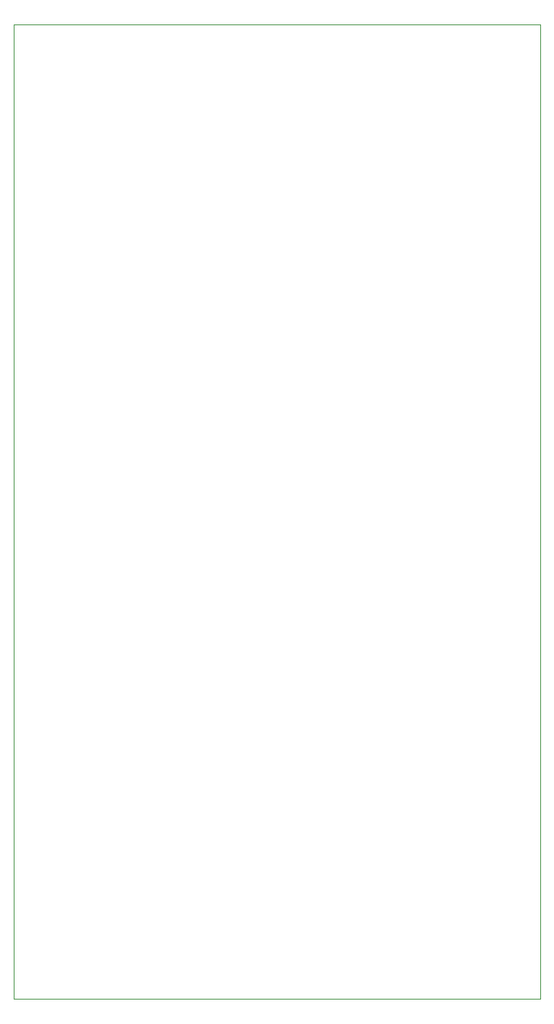
<source format=gbr>
G04 #@! TF.GenerationSoftware,KiCad,Pcbnew,(5.1.2-1)-1*
G04 #@! TF.CreationDate,2019-06-07T14:52:31+02:00*
G04 #@! TF.ProjectId,matrix-mixer-smt,6d617472-6978-42d6-9d69-7865722d736d,rev?*
G04 #@! TF.SameCoordinates,Original*
G04 #@! TF.FileFunction,Profile,NP*
%FSLAX46Y46*%
G04 Gerber Fmt 4.6, Leading zero omitted, Abs format (unit mm)*
G04 Created by KiCad (PCBNEW (5.1.2-1)-1) date 2019-06-07 14:52:31*
%MOMM*%
%LPD*%
G04 APERTURE LIST*
%ADD10C,0.100000*%
G04 APERTURE END LIST*
D10*
X53848000Y-163372000D02*
X112268000Y-163372000D01*
X53848000Y-163372000D02*
X53848000Y-55372000D01*
X112268000Y-55372000D02*
X112268000Y-163372000D01*
X53848000Y-55372000D02*
X112268000Y-55372000D01*
M02*

</source>
